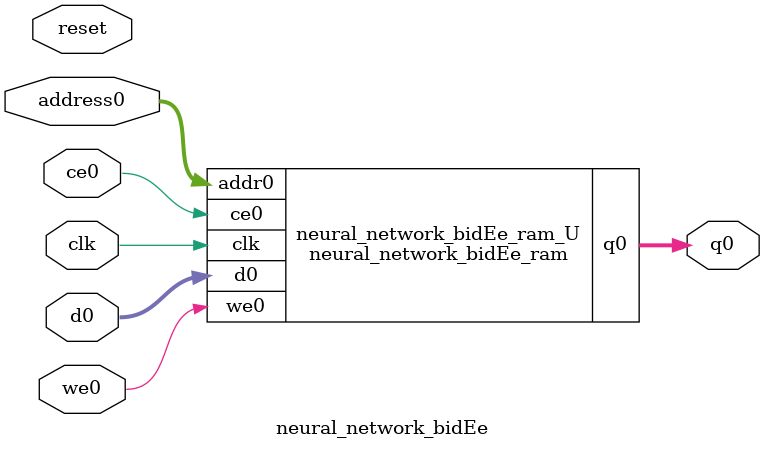
<source format=v>

`timescale 1 ns / 1 ps
module neural_network_bidEe_ram (addr0, ce0, d0, we0, q0,  clk);

parameter DWIDTH = 8;
parameter AWIDTH = 9;
parameter MEM_SIZE = 512;

input[AWIDTH-1:0] addr0;
input ce0;
input[DWIDTH-1:0] d0;
input we0;
output wire[DWIDTH-1:0] q0;
input clk;

(* ram_style = "block" *)reg [DWIDTH-1:0] ram[0:MEM_SIZE-1];
reg [DWIDTH-1:0] q0_t0;
reg [DWIDTH-1:0] q0_t1;


assign q0 = q0_t1;

always @(posedge clk)  
begin
    if (ce0) 
    begin
        q0_t1 <= q0_t0;
    end
end


always @(posedge clk)  
begin 
    if (ce0) 
    begin
        if (we0) 
        begin 
            ram[addr0] <= d0; 
            q0_t0 <= d0;
        end 
        else 
            q0_t0 <= ram[addr0];
    end
end


endmodule


`timescale 1 ns / 1 ps
module neural_network_bidEe(
    reset,
    clk,
    address0,
    ce0,
    we0,
    d0,
    q0);

parameter DataWidth = 32'd8;
parameter AddressRange = 32'd512;
parameter AddressWidth = 32'd9;
input reset;
input clk;
input[AddressWidth - 1:0] address0;
input ce0;
input we0;
input[DataWidth - 1:0] d0;
output[DataWidth - 1:0] q0;



neural_network_bidEe_ram neural_network_bidEe_ram_U(
    .clk( clk ),
    .addr0( address0 ),
    .ce0( ce0 ),
    .d0( d0 ),
    .we0( we0 ),
    .q0( q0 ));

endmodule


</source>
